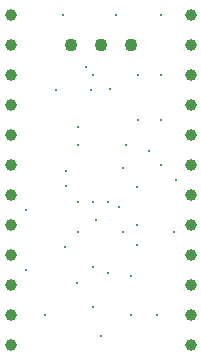
<source format=gbr>
%TF.GenerationSoftware,KiCad,Pcbnew,5.1.5+dfsg1-2~bpo10+1*%
%TF.CreationDate,Date%
%TF.ProjectId,ProMicro_BUS,50726f4d-6963-4726-9f5f-4255532e6b69,v1.2*%
%TF.SameCoordinates,Original*%
%TF.FileFunction,Plated,1,2,PTH,Drill*%
%TF.FilePolarity,Positive*%
%FSLAX46Y46*%
G04 Gerber Fmt 4.6, Leading zero omitted, Abs format (unit mm)*
G04 Created by KiCad*
%MOMM*%
%LPD*%
G04 APERTURE LIST*
%TA.AperFunction,ViaDrill*%
%ADD10C,0.200000*%
%TD*%
%TA.AperFunction,ViaDrill*%
%ADD11C,0.300000*%
%TD*%
%TA.AperFunction,ComponentDrill*%
%ADD12C,1.000000*%
%TD*%
%TA.AperFunction,ComponentDrill*%
%ADD13C,1.100000*%
%TD*%
G04 APERTURE END LIST*
D10*
X3810000Y-6350000D03*
X5588000Y-22733000D03*
X5715000Y-18415000D03*
X6350000Y-4445000D03*
X6832500Y-6375500D03*
X6984982Y-5080000D03*
X6985000Y-15875000D03*
X6985000Y-21336000D03*
X8255000Y-15875000D03*
X8255000Y-21844000D03*
X8407500Y-6324500D03*
X9525000Y-18415000D03*
X10160000Y-22098000D03*
X10668000Y-19526992D03*
X13843000Y-18415000D03*
X13970000Y-13970000D03*
D11*
X1270000Y-16510000D03*
X1270000Y-21590000D03*
X2921000Y-25400000D03*
X4445000Y0D03*
X4572000Y-19685000D03*
X4699000Y-13208000D03*
X4699000Y-14478000D03*
X5715000Y-9525000D03*
X5715000Y-11049000D03*
X5715000Y-15875000D03*
X6985000Y-24765000D03*
X7239000Y-17399000D03*
X7620000Y-27178000D03*
X8890000Y0D03*
X9144000Y-16256000D03*
X9525000Y-12954000D03*
X9779000Y-11049012D03*
X10160000Y-25400000D03*
X10668000Y-14605000D03*
X10668000Y-17780000D03*
X10795000Y-5080000D03*
X10795000Y-8890000D03*
X11707000Y-11557000D03*
X12344400Y-25400000D03*
X12700000Y0D03*
X12700000Y-5080000D03*
X12700000Y-8890000D03*
X12700000Y-12700000D03*
D12*
%TO.C,A1*%
X0Y0D03*
X0Y-2540000D03*
X0Y-5080000D03*
X0Y-7620000D03*
X0Y-10160000D03*
X0Y-12700000D03*
X0Y-15240000D03*
X0Y-17780000D03*
X0Y-20320000D03*
X0Y-22860000D03*
X0Y-25400000D03*
X0Y-27940000D03*
X15240000Y0D03*
X15240000Y-2540000D03*
X15240000Y-5080000D03*
X15240000Y-7620000D03*
X15240000Y-10160000D03*
X15240000Y-12700000D03*
X15240000Y-15240000D03*
X15240000Y-17780000D03*
X15240000Y-20320000D03*
X15240000Y-22860000D03*
X15240000Y-25400000D03*
X15240000Y-27940000D03*
D13*
%TO.C,J1*%
X5080000Y-2540000D03*
X7620000Y-2540000D03*
X10160000Y-2540000D03*
M02*

</source>
